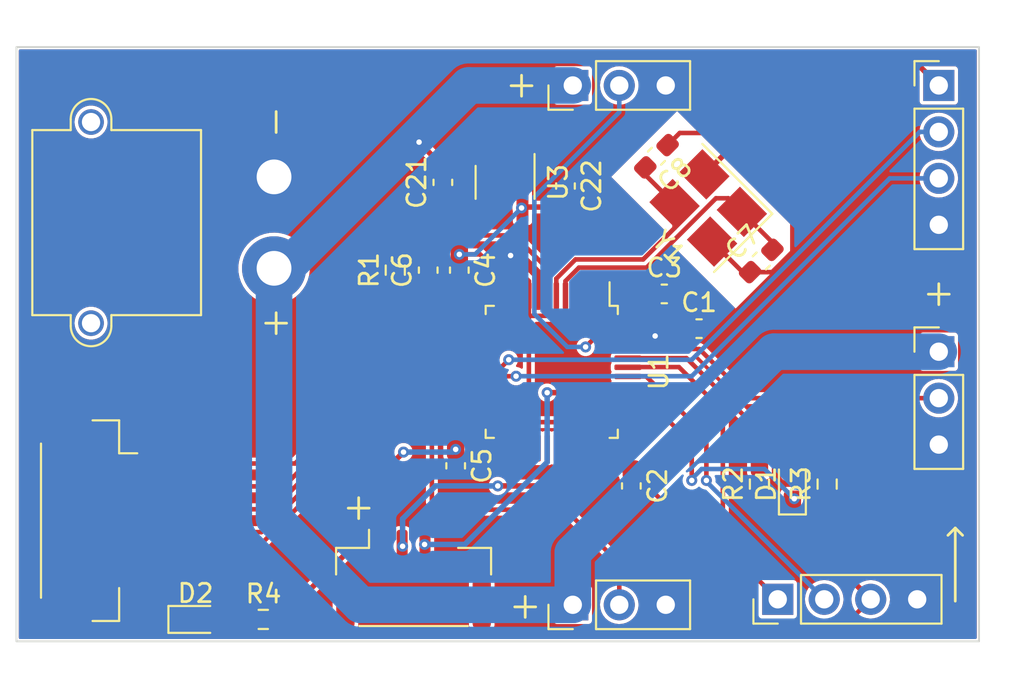
<source format=kicad_pcb>
(kicad_pcb (version 20211014) (generator pcbnew)
  (layers (0 "F.Cu" signal) (31 "B.Cu" signal) (34 "B.Paste" user) (35 "F.Paste" user) (36 "B.SilkS" user "B.Silkscreen") (37 "F.SilkS" user "F.Silkscreen") (38 "B.Mask" user) (39 "F.Mask" user) (44 "Edge.Cuts" user))
  (net 0 "")
  (net 1 "GND")
  (net 2 "Net-(C6-Pad2)")
  (net 3 "/MCU/XTAL_I")
  (net 4 "/MCU/XTAL_O")
  (net 5 "/MCU/LED1")
  (net 6 "Net-(D1-Pad2)")
  (net 7 "Net-(D2-Pad2)")
  (net 8 "/MCU/OLED_SDA")
  (net 9 "/PWR/5V")
  (net 10 "/MCU/OLED_SCL")
  (net 11 "/MCU/HX711_SCK")
  (net 12 "/MCU/3v3")
  (net 13 "/MCU/SPI_CS")
  (net 14 "/MCU/SPI_SCK")
  (net 15 "/MCU/SPI_MISO")
  (net 16 "/MCU/TIM1_CH1")
  (net 17 "/MCU/TIM1_CH2")
  (net 18 "/MCU/TIM1_CH3")
  (net 19 "/MCU/HX711_DOUT")
  (net 20 "/MCU/SWDIO")
  (net 21 "Net-(R2-Pad2)")
  (net 22 "/MCU/SWCLK")
  (net 32 "/MCU/SPI_MOSI")
  (net 34 "/MCU/SLAVE_IO")
  (footprint "Resistor_SMD:R_0603_1608Metric_Pad0.98x0.95mm_HandSolder" (layer "F.Cu") (at 197.6 114.4 90)
    (fp_text reference "R2" (at 0 -1.43 90) (layer "F.SilkS"))
    (fp_text value "10k")
    (fp_line (start -0.254724 0.5225) (end 0.254724 0.5225) (layer "F.SilkS") (width 0.12))
    (fp_line (start -0.254724 -0.5225) (end 0.254724 -0.5225) (layer "F.SilkS") (width 0.12))
    (pad "1" smd roundrect (at -0.9125 0 90) (size 0.975 0.95) (layers "F.Cu" "F.Paste" "F.Mask") (net 1 "GND"))
    (pad "2" smd roundrect (at 0.9125 0 90) (size 0.975 0.95) (layers "F.Cu" "F.Paste" "F.Mask") (net 21 "Net-(R2-Pad2)"))
  )
  (footprint "Capacitor_SMD:C_0603_1608Metric_Pad1.08x0.95mm_HandSolder" (layer "F.Cu") (at 187 98.1 -90)
    (fp_text reference "C22" (at 0 -1.43 90) (layer "F.SilkS"))
    (fp_text value "100n")
    (fp_line (start -0.146267 0.51) (end 0.146267 0.51) (layer "F.SilkS") (width 0.12))
    (fp_line (start -0.146267 -0.51) (end 0.146267 -0.51) (layer "F.SilkS") (width 0.12))
    (pad "1" smd roundrect (at -0.8625 0 270) (size 1.075 0.95) (layers "F.Cu" "F.Paste" "F.Mask") (net 1 "GND"))
    (pad "2" smd roundrect (at 0.8625 0 270) (size 1.075 0.95) (layers "F.Cu" "F.Paste" "F.Mask") (net 12 "/MCU/3v3"))
  )
  (footprint "Connector_JST:JST_GH_SM06B-GHS-TB_1x06-1MP_P1.25mm_Horizontal" (layer "F.Cu") (at 160.9 116.4 -90)
    (fp_text reference "J1" hide)
    (fp_text value "Conn_01x06")
    (fp_line (start -5.485 -0.26) (end -5.485 -1.71) (layer "F.SilkS") (width 0.12))
    (fp_line (start 5.485 -1.71) (end 3.685 -1.71) (layer "F.SilkS") (width 0.12))
    (fp_line (start 5.485 -0.26) (end 5.485 -1.71) (layer "F.SilkS") (width 0.12))
    (fp_line (start -4.215 2.56) (end 4.215 2.56) (layer "F.SilkS") (width 0.12))
    (fp_line (start -3.685 -1.71) (end -3.685 -2.7) (layer "F.SilkS") (width 0.12))
    (fp_line (start -5.485 -1.71) (end -3.685 -1.71) (layer "F.SilkS") (width 0.12))
    (pad "1" smd roundrect (at -3.125 -1.85 270) (size 0.6 1.7) (layers "F.Cu" "F.Paste" "F.Mask") (net 13 "/MCU/SPI_CS"))
    (pad "2" smd roundrect (at -1.875 -1.85 270) (size 0.6 1.7) (layers "F.Cu" "F.Paste" "F.Mask") (net 14 "/MCU/SPI_SCK"))
    (pad "3" smd roundrect (at -0.625 -1.85 270) (size 0.6 1.7) (layers "F.Cu" "F.Paste" "F.Mask") (net 15 "/MCU/SPI_MISO"))
    (pad "4" smd roundrect (at 0.625 -1.85 270) (size 0.6 1.7) (layers "F.Cu" "F.Paste" "F.Mask") (net 32 "/MCU/SPI_MOSI"))
    (pad "5" smd roundrect (at 1.875 -1.85 270) (size 0.6 1.7) (layers "F.Cu" "F.Paste" "F.Mask") (net 34 "/MCU/SLAVE_IO"))
    (pad "6" smd roundrect (at 3.125 -1.85 270) (size 0.6 1.7) (layers "F.Cu" "F.Paste" "F.Mask") (net 1 "GND"))
    (pad "MP" smd roundrect (at -4.975 1.35 270) (size 1 2.7) (layers "F.Cu" "F.Paste" "F.Mask"))
    (pad "MP" smd roundrect (at 4.975 1.35 270) (size 1 2.7) (layers "F.Cu" "F.Paste" "F.Mask"))
  )
  (footprint "Connector_PinHeader_2.54mm:PinHeader_1x03_P2.54mm_Vertical" (layer "F.Cu") (at 207.4 107.16)
    (fp_text reference "J3" hide)
    (fp_text value "Conn_01x03")
    (fp_line (start 1.33 1.27) (end 1.33 6.41) (layer "F.SilkS") (width 0.12))
    (fp_line (start -1.33 0) (end -1.33 -1.33) (layer "F.SilkS") (width 0.12))
    (fp_line (start -1.33 6.41) (end 1.33 6.41) (layer "F.SilkS") (width 0.12))
    (fp_line (start -1.33 1.27) (end 1.33 1.27) (layer "F.SilkS") (width 0.12))
    (fp_line (start -1.33 -1.33) (end 0 -1.33) (layer "F.SilkS") (width 0.12))
    (fp_line (start -1.33 1.27) (end -1.33 6.41) (layer "F.SilkS") (width 0.12))
    (pad "1" thru_hole rect (at 0 0) (size 1.7 1.7) (drill 1) (layers *.Cu *.Mask) (net 9 "/PWR/5V"))
    (pad "2" thru_hole oval (at 0 2.54) (size 1.7 1.7) (drill 1) (layers *.Cu *.Mask) (net 16 "/MCU/TIM1_CH1"))
    (pad "3" thru_hole oval (at 0 5.08) (size 1.7 1.7) (drill 1) (layers *.Cu *.Mask) (net 1 "GND"))
  )
  (footprint "Capacitor_SMD:C_0603_1608Metric_Pad1.08x0.95mm_HandSolder" (layer "F.Cu") (at 180.3 97.9 90)
    (fp_text reference "C21" (at 0 -1.43 90) (layer "F.SilkS"))
    (fp_text value "100n")
    (fp_line (start -0.146267 -0.51) (end 0.146267 -0.51) (layer "F.SilkS") (width 0.12))
    (fp_line (start -0.146267 0.51) (end 0.146267 0.51) (layer "F.SilkS") (width 0.12))
    (pad "1" smd roundrect (at -0.8625 0 90) (size 1.075 0.95) (layers "F.Cu" "F.Paste" "F.Mask") (net 1 "GND"))
    (pad "2" smd roundrect (at 0.8625 0 90) (size 1.075 0.95) (layers "F.Cu" "F.Paste" "F.Mask") (net 9 "/PWR/5V"))
  )
  (footprint "Crystal:Crystal_SMD_3225-4Pin_3.2x2.5mm_HandSoldering" (layer "F.Cu") (at 194.8 99.3 135)
    (fp_text reference "Y1" (at 0 -3.05 135) (layer "F.SilkS"))
    (fp_text value "12M")
    (fp_line (start -2.7 -2.25) (end -2.7 2.25) (layer "F.SilkS") (width 0.12))
    (fp_line (start -2.7 2.25) (end 2.7 2.25) (layer "F.SilkS") (width 0.12))
    (pad "1" smd rect (at -1.45 1.15 135) (size 2.1 1.8) (layers "F.Cu" "F.Paste" "F.Mask") (net 3 "/MCU/XTAL_I"))
    (pad "2" smd rect (at 1.45 1.15 135) (size 2.1 1.8) (layers "F.Cu" "F.Paste" "F.Mask") (net 1 "GND"))
    (pad "3" smd rect (at 1.45 -1.15 135) (size 2.1 1.8) (layers "F.Cu" "F.Paste" "F.Mask") (net 4 "/MCU/XTAL_O"))
    (pad "4" smd rect (at -1.45 -1.15 135) (size 2.1 1.8) (layers "F.Cu" "F.Paste" "F.Mask") (net 1 "GND"))
  )
  (footprint "Connector_PinHeader_2.54mm:PinHeader_1x03_P2.54mm_Vertical" (layer "F.Cu") (at 187.4 121 90)
    (fp_text reference "J5" hide)
    (fp_text value "Conn_01x03")
    (fp_line (start -1.33 6.41) (end 1.33 6.41) (layer "F.SilkS") (width 0.12))
    (fp_line (start -1.33 0) (end -1.33 -1.33) (layer "F.SilkS") (width 0.12))
    (fp_line (start 1.33 1.27) (end 1.33 6.41) (layer "F.SilkS") (width 0.12))
    (fp_line (start -1.33 1.27) (end -1.33 6.41) (layer "F.SilkS") (width 0.12))
    (fp_line (start -1.33 1.27) (end 1.33 1.27) (layer "F.SilkS") (width 0.12))
    (fp_line (start -1.33 -1.33) (end 0 -1.33) (layer "F.SilkS") (width 0.12))
    (pad "1" thru_hole rect (at 0 0 90) (size 1.7 1.7) (drill 1) (layers *.Cu *.Mask) (net 9 "/PWR/5V"))
    (pad "2" thru_hole oval (at 0 2.54 90) (size 1.7 1.7) (drill 1) (layers *.Cu *.Mask) (net 18 "/MCU/TIM1_CH3"))
    (pad "3" thru_hole oval (at 0 5.08 90) (size 1.7 1.7) (drill 1) (layers *.Cu *.Mask) (net 1 "GND"))
  )
  (footprint "Capacitor_SMD:C_0603_1608Metric_Pad1.08x0.95mm_HandSolder" (layer "F.Cu") (at 194.3 105.9)
    (fp_text reference "C1" (at 0 -1.43) (layer "F.SilkS"))
    (fp_text value "100n")
    (fp_line (start -0.146267 -0.51) (end 0.146267 -0.51) (layer "F.SilkS") (width 0.12))
    (fp_line (start -0.146267 0.51) (end 0.146267 0.51) (layer "F.SilkS") (width 0.12))
    (pad "1" smd roundrect (at -0.8625 0) (size 1.075 0.95) (layers "F.Cu" "F.Paste" "F.Mask") (net 12 "/MCU/3v3"))
    (pad "2" smd roundrect (at 0.8625 0) (size 1.075 0.95) (layers "F.Cu" "F.Paste" "F.Mask") (net 1 "GND"))
  )
  (footprint "LED_SMD:LED_0603_1608Metric" (layer "F.Cu") (at 166.7875 121.8)
    (fp_text reference "D2" (at 0 -1.43) (layer "F.SilkS"))
    (fp_text value "LED")
    (fp_line (start -1.485 -0.735) (end -1.485 0.735) (layer "F.SilkS") (width 0.12))
    (fp_line (start 0.8 -0.735) (end -1.485 -0.735) (layer "F.SilkS") (width 0.12))
    (fp_line (start -1.485 0.735) (end 0.8 0.735) (layer "F.SilkS") (width 0.12))
    (pad "1" smd roundrect (at -0.7875 0) (size 0.875 0.95) (layers "F.Cu" "F.Paste" "F.Mask") (net 1 "GND"))
    (pad "2" smd roundrect (at 0.7875 0) (size 0.875 0.95) (layers "F.Cu" "F.Paste" "F.Mask") (net 7 "Net-(D2-Pad2)"))
  )
  (footprint "Package_QFP:LQFP-48_7x7mm_P0.5mm" (layer "F.Cu") (at 186.25 108.2625 -90)
    (fp_text reference "U1" (at 0 -5.85 90) (layer "F.SilkS"))
    (fp_text value "STM32F103C8Tx")
    (fp_line (start -3.16 3.61) (end -3.61 3.61) (layer "F.SilkS") (width 0.12))
    (fp_line (start -3.61 3.61) (end -3.61 3.16) (layer "F.SilkS") (width 0.12))
    (fp_line (start -3.61 -3.61) (end -3.61 -3.16) (layer "F.SilkS") (width 0.12))
    (fp_line (start 3.61 3.61) (end 3.61 3.16) (layer "F.SilkS") (width 0.12))
    (fp_line (start 3.16 3.61) (end 3.61 3.61) (layer "F.SilkS") (width 0.12))
    (fp_line (start 3.16 -3.61) (end 3.61 -3.61) (layer "F.SilkS") (width 0.12))
    (fp_line (start 3.61 -3.61) (end 3.61 -3.16) (layer "F.SilkS") (width 0.12))
    (fp_line (start -3.61 -3.16) (end -4.9 -3.16) (layer "F.SilkS") (width 0.12))
    (fp_line (start -3.16 -3.61) (end -3.61 -3.61) (layer "F.SilkS") (width 0.12))
    (pad "1" smd roundrect (at -4.1625 -2.75 270) (size 1.475 0.3) (layers "F.Cu" "F.Paste" "F.Mask") (net 12 "/MCU/3v3"))
    (pad "2" smd roundrect (at -4.1625 -2.25 270) (size 1.475 0.3) (layers "F.Cu" "F.Paste" "F.Mask"))
    (pad "3" smd roundrect (at -4.1625 -1.75 270) (size 1.475 0.3) (layers "F.Cu" "F.Paste" "F.Mask"))
    (pad "4" smd roundrect (at -4.1625 -1.25 270) (size 1.475 0.3) (layers "F.Cu" "F.Paste" "F.Mask"))
    (pad "5" smd roundrect (at -4.1625 -0.75 270) (size 1.475 0.3) (layers "F.Cu" "F.Paste" "F.Mask") (net 3 "/MCU/XTAL_I"))
    (pad "6" smd roundrect (at -4.1625 -0.25 270) (size 1.475 0.3) (layers "F.Cu" "F.Paste" "F.Mask") (net 4 "/MCU/XTAL_O"))
    (pad "7" smd roundrect (at -4.1625 0.25 270) (size 1.475 0.3) (layers "F.Cu" "F.Paste" "F.Mask") (net 2 "Net-(C6-Pad2)"))
    (pad "8" smd roundrect (at -4.1625 0.75 270) (size 1.475 0.3) (layers "F.Cu" "F.Paste" "F.Mask") (net 1 "GND"))
    (pad "9" smd roundrect (at -4.1625 1.25 270) (size 1.475 0.3) (layers "F.Cu" "F.Paste" "F.Mask") (net 12 "/MCU/3v3"))
    (pad "10" smd roundrect (at -4.1625 1.75 270) (size 1.475 0.3) (layers "F.Cu" "F.Paste" "F.Mask"))
    (pad "11" smd roundrect (at -4.1625 2.25 270) (size 1.475 0.3) (layers "F.Cu" "F.Paste" "F.Mask"))
    (pad "12" smd roundrect (at -4.1625 2.75 270) (size 1.475 0.3) (layers "F.Cu" "F.Paste" "F.Mask"))
    (pad "13" smd roundrect (at -2.75 4.1625 270) (size 0.3 1.475) (layers "F.Cu" "F.Paste" "F.Mask"))
    (pad "14" smd roundrect (at -2.25 4.1625 270) (size 0.3 1.475) (layers "F.Cu" "F.Paste" "F.Mask") (net 13 "/MCU/SPI_CS"))
    (pad "15" smd roundrect (at -1.75 4.1625 270) (size 0.3 1.475) (layers "F.Cu" "F.Paste" "F.Mask") (net 14 "/MCU/SPI_SCK"))
    (pad "16" smd roundrect (at -1.25 4.1625 270) (size 0.3 1.475) (layers "F.Cu" "F.Paste" "F.Mask") (net 15 "/MCU/SPI_MISO"))
    (pad "17" smd roundrect (at -0.75 4.1625 270) (size 0.3 1.475) (layers "F.Cu" "F.Paste" "F.Mask") (net 32 "/MCU/SPI_MOSI"))
    (pad "18" smd roundrect (at -0.25 4.1625 270) (size 0.3 1.475) (layers "F.Cu" "F.Paste" "F.Mask") (net 11 "/MCU/HX711_SCK"))
    (pad "19" smd roundrect (at 0.25 4.1625 270) (size 0.3 1.475) (layers "F.Cu" "F.Paste" "F.Mask") (net 19 "/MCU/HX711_DOUT"))
    (pad "20" smd roundrect (at 0.75 4.1625 270) (size 0.3 1.475) (layers "F.Cu" "F.Paste" "F.Mask") (net 34 "/MCU/SLAVE_IO"))
    (pad "21" smd roundrect (at 1.25 4.1625 270) (size 0.3 1.475) (layers "F.Cu" "F.Paste" "F.Mask") (net 18 "/MCU/TIM1_CH3"))
    (pad "22" smd roundrect (at 1.75 4.1625 270) (size 0.3 1.475) (layers "F.Cu" "F.Paste" "F.Mask"))
    (pad "23" smd roundrect (at 2.25 4.1625 270) (size 0.3 1.475) (layers "F.Cu" "F.Paste" "F.Mask") (net 1 "GND"))
    (pad "24" smd roundrect (at 2.75 4.1625 270) (size 0.3 1.475) (layers "F.Cu" "F.Paste" "F.Mask") (net 12 "/MCU/3v3"))
    (pad "25" smd roundrect (at 4.1625 2.75 270) (size 1.475 0.3) (layers "F.Cu" "F.Paste" "F.Mask"))
    (pad "26" smd roundrect (at 4.1625 2.25 270) (size 1.475 0.3) (layers "F.Cu" "F.Paste" "F.Mask"))
    (pad "27" smd roundrect (at 4.1625 1.75 270) (size 1.475 0.3) (layers "F.Cu" "F.Paste" "F.Mask"))
    (pad "28" smd roundrect (at 4.1625 1.25 270) (size 1.475 0.3) (layers "F.Cu" "F.Paste" "F.Mask"))
    (pad "29" smd roundrect (at 4.1625 0.75 270) (size 1.475 0.3) (layers "F.Cu" "F.Paste" "F.Mask"))
    (pad "30" smd roundrect (at 4.1625 0.25 270) (size 1.475 0.3) (layers "F.Cu" "F.Paste" "F.Mask"))
    (pad "31" smd roundrect (at 4.1625 -0.25 270) (size 1.475 0.3) (layers "F.Cu" "F.Paste" "F.Mask"))
    (pad "32" smd roundrect (at 4.1625 -0.75 270) (size 1.475 0.3) (layers "F.Cu" "F.Paste" "F.Mask"))
    (pad "33" smd roundrect (at 4.1625 -1.25 270) (size 1.475 0.3) (layers "F.Cu" "F.Paste" "F.Mask"))
    (pad "34" smd roundrect (at 4.1625 -1.75 270) (size 1.475 0.3) (layers "F.Cu" "F.Paste" "F.Mask") (net 20 "/MCU/SWDIO"))
    (pad "35" smd roundrect (at 4.1625 -2.25 270) (size 1.475 0.3) (layers "F.Cu" "F.Paste" "F.Mask") (net 1 "GND"))
    (pad "36" smd roundrect (at 4.1625 -2.75 270) (size 1.475 0.3) (layers "F.Cu" "F.Paste" "F.Mask") (net 12 "/MCU/3v3"))
    (pad "37" smd roundrect (at 2.75 -4.1625 270) (size 0.3 1.475) (layers "F.Cu" "F.Paste" "F.Mask") (net 22 "/MCU/SWCLK"))
    (pad "38" smd roundrect (at 2.25 -4.1625 270) (size 0.3 1.475) (layers "F.Cu" "F.Paste" "F.Mask") (net 5 "/MCU/LED1"))
    (pad "39" smd roundrect (at 1.75 -4.1625 270) (size 0.3 1.475) (layers "F.Cu" "F.Paste" "F.Mask"))
    (pad "40" smd roundrect (at 1.25 -4.1625 270) (size 0.3 1.475) (layers "F.Cu" "F.Paste" "F.Mask"))
    (pad "41" smd roundrect (at 0.75 -4.1625 270) (size 0.3 1.475) (layers "F.Cu" "F.Paste" "F.Mask"))
    (pad "42" smd roundrect (at 0.25 -4.1625 270) (size 0.3 1.475) (layers "F.Cu" "F.Paste" "F.Mask") (net 10 "/MCU/OLED_SCL"))
    (pad "43" smd roundrect (at -0.25 -4.1625 270) (size 0.3 1.475) (layers "F.Cu" "F.Paste" "F.Mask") (net 8 "/MCU/OLED_SDA"))
    (pad "44" smd roundrect (at -0.75 -4.1625 270) (size 0.3 1.475) (layers "F.Cu" "F.Paste" "F.Mask") (net 21 "Net-(R2-Pad2)"))
    (pad "45" smd roundrect (at -1.25 -4.1625 270) (size 0.3 1.475) (layers "F.Cu" "F.Paste" "F.Mask") (net 16 "/MCU/TIM1_CH1"))
    (pad "46" smd roundrect (at -1.75 -4.1625 270) (size 0.3 1.475) (layers "F.Cu" "F.Paste" "F.Mask") (net 17 "/MCU/TIM1_CH2"))
    (pad "47" smd roundrect (at -2.25 -4.1625 270) (size 0.3 1.475) (layers "F.Cu" "F.Paste" "F.Mask") (net 1 "GND"))
    (pad "48" smd roundrect (at -2.75 -4.1625 270) (size 0.3 1.475) (layers "F.Cu" "F.Paste" "F.Mask") (net 12 "/MCU/3v3"))
  )
  (footprint "Resistor_SMD:R_0603_1608Metric_Pad0.98x0.95mm_HandSolder" (layer "F.Cu") (at 170.4875 121.8 180)
    (fp_text reference "R4" (at -0.0125 1.4) (layer "F.SilkS"))
    (fp_text value "1k")
    (fp_line (start -0.254724 -0.5225) (end 0.254724 -0.5225) (layer "F.SilkS") (width 0.12))
    (fp_line (start -0.254724 0.5225) (end 0.254724 0.5225) (layer "F.SilkS") (width 0.12))
    (pad "1" smd roundrect (at -0.9125 0 180) (size 0.975 0.95) (layers "F.Cu" "F.Paste" "F.Mask") (net 12 "/MCU/3v3"))
    (pad "2" smd roundrect (at 0.9125 0 180) (size 0.975 0.95) (layers "F.Cu" "F.Paste" "F.Mask") (net 7 "Net-(D2-Pad2)"))
  )
  (footprint "Capacitor_SMD:C_0603_1608Metric_Pad1.08x0.95mm_HandSolder" (layer "F.Cu") (at 190.6 114.5 -90)
    (fp_text reference "C2" (at 0 -1.43 90) (layer "F.SilkS"))
    (fp_text value "100n")
    (fp_line (start -0.146267 -0.51) (end 0.146267 -0.51) (layer "F.SilkS") (width 0.12))
    (fp_line (start -0.146267 0.51) (end 0.146267 0.51) (layer "F.SilkS") (width 0.12))
    (pad "1" smd roundrect (at -0.8625 0 270) (size 1.075 0.95) (layers "F.Cu" "F.Paste" "F.Mask") (net 12 "/MCU/3v3"))
    (pad "2" smd roundrect (at 0.8625 0 270) (size 1.075 0.95) (layers "F.Cu" "F.Paste" "F.Mask") (net 1 "GND"))
  )
  (footprint "Connector_PinHeader_2.54mm:PinHeader_1x04_P2.54mm_Vertical" (layer "F.Cu") (at 198.6 120.7 90)
    (fp_text reference "J2" hide)
    (fp_text value "Conn_01x04")
    (fp_line (start 1.33 1.27) (end 1.33 8.95) (layer "F.SilkS") (width 0.12))
    (fp_line (start -1.33 -1.33) (end 0 -1.33) (layer "F.SilkS") (width 0.12))
    (fp_line (start -1.33 8.95) (end 1.33 8.95) (layer "F.SilkS") (width 0.12))
    (fp_line (start -1.33 1.27) (end -1.33 8.95) (layer "F.SilkS") (width 0.12))
    (fp_line (start -1.33 1.27) (end 1.33 1.27) (layer "F.SilkS") (width 0.12))
    (fp_line (start -1.33 0) (end -1.33 -1.33) (layer "F.SilkS") (width 0.12))
    (pad "1" thru_hole rect (at 0 0 90) (size 1.7 1.7) (drill 1) (layers *.Cu *.Mask) (net 8 "/MCU/OLED_SDA"))
    (pad "2" thru_hole oval (at 0 2.54 90) (size 1.7 1.7) (drill 1) (layers *.Cu *.Mask) (net 10 "/MCU/OLED_SCL"))
    (pad "3" thru_hole oval (at 0 5.08 90) (size 1.7 1.7) (drill 1) (layers *.Cu *.Mask) (net 12 "/MCU/3v3"))
    (pad "4" thru_hole oval (at 0 7.62 90) (size 1.7 1.7) (drill 1) (layers *.Cu *.Mask) (net 1 "GND"))
  )
  (footprint "Connector_JST:JST_GH_SM04B-GHS-TB_1x04-1MP_P1.25mm_Horizontal" (layer "F.Cu") (at 178.7 119.6)
    (fp_text reference "J7" hide)
    (fp_text value "Conn_01x04")
    (fp_line (start -2.965 2.56) (end 2.965 2.56) (layer "F.SilkS") (width 0.12))
    (fp_line (start 4.235 -0.26) (end 4.235 -1.71) (layer "F.SilkS") (width 0.12))
    (fp_line (start -2.435 -1.71) (end -2.435 -2.7) (layer "F.SilkS") (width 0.12))
    (fp_line (start 4.235 -1.71) (end 2.435 -1.71) (layer "F.SilkS") (width 0.12))
    (fp_line (start -4.235 -0.26) (end -4.235 -1.71) (layer "F.SilkS") (width 0.12))
    (fp_line (start -4.235 -1.71) (end -2.435 -1.71) (layer "F.SilkS") (width 0.12))
    (pad "1" smd roundrect (at -1.875 -1.85) (size 0.6 1.7) (layers "F.Cu" "F.Paste" "F.Mask") (net 12 "/MCU/3v3"))
    (pad "2" smd roundrect (at -0.625 -1.85) (size 0.6 1.7) (layers "F.Cu" "F.Paste" "F.Mask") (net 20 "/MCU/SWDIO"))
    (pad "3" smd roundrect (at 0.625 -1.85) (size 0.6 1.7) (layers "F.Cu" "F.Paste" "F.Mask") (net 22 "/MCU/SWCLK"))
    (pad "4" smd roundrect (at 1.875 -1.85) (size 0.6 1.7) (layers "F.Cu" "F.Paste" "F.Mask") (net 1 "GND"))
    (pad "MP" smd roundrect (at 3.725 1.35) (size 1 2.7) (layers "F.Cu" "F.Paste" "F.Mask"))
    (pad "MP" smd roundrect (at -3.725 1.35) (size 1 2.7) (layers "F.Cu" "F.Paste" "F.Mask"))
  )
  (footprint "Connector_PinHeader_2.54mm:PinHeader_1x03_P2.54mm_Vertical" (layer "F.Cu") (at 187.4 92.6 90)
    (fp_text reference "J4" hide)
    (fp_text value "Conn_01x03")
    (fp_line (start -1.33 6.41) (end 1.33 6.41) (layer "F.SilkS") (width 0.12))
    (fp_line (start -1.33 1.27) (end -1.33 6.41) (layer "F.SilkS") (width 0.12))
    (fp_line (start -1.33 -1.33) (end 0 -1.33) (layer "F.SilkS") (width 0.12))
    (fp_line (start 1.33 1.27) (end 1.33 6.41) (layer "F.SilkS") (width 0.12))
    (fp_line (start -1.33 1.27) (end 1.33 1.27) (layer "F.SilkS") (width 0.12))
    (fp_line (start -1.33 0) (end -1.33 -1.33) (layer "F.SilkS") (width 0.12))
    (pad "1" thru_hole rect (at 0 0 90) (size 1.7 1.7) (drill 1) (layers *.Cu *.Mask) (net 9 "/PWR/5V"))
    (pad "2" thru_hole oval (at 0 2.54 90) (size 1.7 1.7) (drill 1) (layers *.Cu *.Mask) (net 17 "/MCU/TIM1_CH2"))
    (pad "3" thru_hole oval (at 0 5.08 90) (size 1.7 1.7) (drill 1) (layers *.Cu *.Mask) (net 1 "GND"))
  )
  (footprint "Capacitor_SMD:C_0603_1608Metric_Pad1.08x0.95mm_HandSolder" (layer "F.Cu") (at 191.971573 96.471573 -135)
    (fp_text reference "C8" (at 0 -1.43 45) (layer "F.SilkS"))
    (fp_text value "12p")
    (fp_line (start -0.146267 0.51) (end 0.146267 0.51) (layer "F.SilkS") (width 0.12))
    (fp_line (start -0.146267 -0.51) (end 0.146267 -0.51) (layer "F.SilkS") (width 0.12))
    (pad "1" smd roundrect (at -0.8625 0 225) (size 1.075 0.95) (layers "F.Cu" "F.Paste" "F.Mask") (net 1 "GND"))
    (pad "2" smd roundrect (at 0.8625 0 225) (size 1.075 0.95) (layers "F.Cu" "F.Paste" "F.Mask") (net 4 "/MCU/XTAL_O"))
  )
  (footprint "Capacitor_SMD:C_0603_1608Metric_Pad1.08x0.95mm_HandSolder" (layer "F.Cu") (at 197.699137 102.199137 45)
    (fp_text reference "C7" (at 0 -1.43 45) (layer "F.SilkS"))
    (fp_text value "12p")
    (fp_line (start -0.146267 -0.51) (end 0.146267 -0.51) (layer "F.SilkS") (width 0.12))
    (fp_line (start -0.146267 0.51) (end 0.146267 0.51) (layer "F.SilkS") (width 0.12))
    (pad "1" smd roundrect (at -0.8625 0 45) (size 1.075 0.95) (layers "F.Cu" "F.Paste" "F.Mask") (net 1 "GND"))
    (pad "2" smd roundrect (at 0.8625 0 45) (size 1.075 0.95) (layers "F.Cu" "F.Paste" "F.Mask") (net 3 "/MCU/XTAL_I"))
  )
  (footprint "Capacitor_SMD:C_0603_1608Metric_Pad1.08x0.95mm_HandSolder" (layer "F.Cu") (at 181 113.4 -90)
    (fp_text reference "C5" (at 0 -1.43 90) (layer "F.SilkS"))
    (fp_text value "100n")
    (fp_line (start -0.146267 -0.51) (end 0.146267 -0.51) (layer "F.SilkS") (width 0.12))
    (fp_line (start -0.146267 0.51) (end 0.146267 0.51) (layer "F.SilkS") (width 0.12))
    (pad "1" smd roundrect (at -0.8625 0 270) (size 1.075 0.95) (layers "F.Cu" "F.Paste" "F.Mask") (net 12 "/MCU/3v3"))
    (pad "2" smd roundrect (at 0.8625 0 270) (size 1.075 0.95) (layers "F.Cu" "F.Paste" "F.Mask") (net 1 "GND"))
  )
  (footprint "Package_TO_SOT_SMD:SOT-23-5_HandSoldering" (layer "F.Cu") (at 183.7 97.9 -90)
    (fp_text reference "U3" (at 0 -2.9 90) (layer "F.SilkS"))
    (fp_text value "HX9193")
    (fp_line (start -0.9 1.61) (end 0.9 1.61) (layer "F.SilkS") (width 0.12))
    (fp_line (start 0.9 -1.61) (end -1.55 -1.61) (layer "F.SilkS") (width 0.12))
    (pad "1" smd rect (at -1.35 -0.95 270) (size 1.56 0.65) (layers "F.Cu" "F.Paste" "F.Mask") (net 9 "/PWR/5V"))
    (pad "2" smd rect (at -1.35 0 270) (size 1.56 0.65) (layers "F.Cu" "F.Paste" "F.Mask") (net 1 "GND"))
    (pad "3" smd rect (at -1.35 0.95 270) (size 1.56 0.65) (layers "F.Cu" "F.Paste" "F.Mask") (net 9 "/PWR/5V"))
    (pad "4" smd rect (at 1.35 0.95 270) (size 1.56 0.65) (layers "F.Cu" "F.Paste" "F.Mask"))
    (pad "5" smd rect (at 1.35 -0.95 270) (size 1.56 0.65) (layers "F.Cu" "F.Paste" "F.Mask") (net 12 "/MCU/3v3"))
  )
  (footprint "LED_SMD:LED_0603_1608Metric_Pad1.05x0.95mm_HandSolder" (layer "F.Cu") (at 199.4 114.4 90)
    (fp_text reference "D1" (at 0 -1.43 90) (layer "F.SilkS"))
    (fp_text value "LED")
    (fp_line (start -1.66 0.735) (end 0.8 0.735) (layer "F.SilkS") (width 0.12))
    (fp_line (start 0.8 -0.735) (end -1.66 -0.735) (layer "F.SilkS") (width 0.12))
    (fp_line (start -1.66 -0.735) (end -1.66 0.735) (layer "F.SilkS") (width 0.12))
    (pad "1" smd roundrect (at -0.875 0 90) (size 1.05 0.95) (layers "F.Cu" "F.Paste" "F.Mask") (net 5 "/MCU/LED1"))
    (pad "2" smd roundrect (at 0.875 0 90) (size 1.05 0.95) (layers "F.Cu" "F.Paste" "F.Mask") (net 6 "Net-(D1-Pad2)"))
  )
  (footprint "Connector_AMASS:AMASS_XT30PW-M_1x02_P2.50mm_Horizontal" (layer "F.Cu") (at 171.075 97.6 90)
    (fp_text reference "J8" hide)
    (fp_text value "Conn_01x02")
    (fp_text user "+" (at -8 0 90) (layer "F.SilkS") (effects (font (size 1.5 1.5))))
    (fp_text user "-" (at 3 0 90) (layer "F.SilkS") (effects (font (size 1.5 1.5))))
    (fp_line (start 2.56 -8.89) (end 2.56 -3.99) (layer "F.SilkS") (width 0.12))
    (fp_line (start -7.56 -8.89) (end -7.56 -3.99) (layer "F.SilkS") (width 0.12))
    (fp_line (start -7.56 -3.99) (end 2.56 -3.99) (layer "F.SilkS") (width 0.12))
    (fp_line (start 2.56 -11.11) (end 3.15 -11.11) (layer "F.SilkS") (width 0.12))
    (fp_line (start -7.56 -13.21) (end 2.56 -13.21) (layer "F.SilkS") (width 0.12))
    (fp_line (start -8.15 -11.11) (end -7.56 -11.11) (layer "F.SilkS") (width 0.12))
    (fp_line (start 2.56 -13.21) (end 2.56 -11.11) (layer "F.SilkS") (width 0.12))
    (fp_line (start 2.56 -8.89) (end 3.15 -8.89) (layer "F.SilkS") (width 0.12))
    (fp_line (start -7.56 -13.21) (end -7.56 -11.11) (layer "F.SilkS") (width 0.12))
    (fp_line (start -8.15 -8.89) (end -7.56 -8.89) (layer "F.SilkS") (width 0.12))
    (fp_arc (start 3.15 -11.11) (mid 4.26 -10) (end 3.15 -8.89) (layer "F.SilkS") (width 0.12))
    (fp_arc (start -8.15 -8.89) (mid -9.26 -10) (end -8.15 -11.11) (layer "F.SilkS") (width 0.12))
    (pad "" thru_hole circle (at 3 -10 90) (size 1.4 1.4) (drill 1) (layers *.Cu *.Mask))
    (pad "" thru_hole circle (at -8 -10 90) (size 1.4 1.4) (drill 1) (layers *.Cu *.Mask))
    (pad "1" thru_hole rect (at 0 0 90) (size 3.5 3.5) (drill 1.9) (layers *.Cu *.Mask) (net 1 "GND"))
    (pad "2" thru_hole circle (at -5 0 90) (size 3.5 3.5) (drill 1.9) (layers *.Cu *.Mask) (net 9 "/PWR/5V"))
  )
  (footprint "Capacitor_SMD:C_0603_1608Metric_Pad1.08x0.95mm_HandSolder" (layer "F.Cu") (at 181.2 102.7 -90)
    (fp_text reference "C4" (at 0 -1.43 90) (layer "F.SilkS"))
    (fp_text value "100n")
    (fp_line (start -0.146267 -0.51) (end 0.146267 -0.51) (layer "F.SilkS") (width 0.12))
    (fp_line (start -0.146267 0.51) (end 0.146267 0.51) (layer "F.SilkS") (width 0.12))
    (pad "1" smd roundrect (at -0.8625 0 270) (size 1.075 0.95) (layers "F.Cu" "F.Paste" "F.Mask") (net 12 "/MCU/3v3"))
    (pad "2" smd roundrect (at 0.8625 0 270) (size 1.075 0.95) (layers "F.Cu" "F.Paste" "F.Mask") (net 1 "GND"))
  )
  (footprint "Resistor_SMD:R_0603_1608Metric_Pad0.98x0.95mm_HandSolder" (layer "F.Cu") (at 177.7 102.7 90)
    (fp_text reference "R1" (at 0 -1.43 90) (layer "F.SilkS"))
    (fp_text value "10k")
    (fp_line (start -0.254724 0.5225) (end 0.254724 0.5225) (layer "F.SilkS") (width 0.12))
    (fp_line (start -0.254724 -0.5225) (end 0.254724 -0.5225) (layer "F.SilkS") (width 0.12))
    (pad "1" smd roundrect (at -0.9125 0 90) (size 0.975 0.95) (layers "F.Cu" "F.Paste" "F.Mask") (net 12 "/MCU/3v3"))
    (pad "2" smd roundrect (at 0.9125 0 90) (size 0.975 0.95) (layers "F.Cu" "F.Paste" "F.Mask") (net 2 "Net-(C6-Pad2)"))
  )
  (footprint "Resistor_SMD:R_0603_1608Metric_Pad0.98x0.95mm_HandSolder" (layer "F.Cu") (at 201.3 114.4 90)
    (fp_text reference "R3" (at 0 -1.43 90) (layer "F.SilkS"))
    (fp_text value "1k")
    (fp_line (start -0.254724 0.5225) (end 0.254724 0.5225) (layer "F.SilkS") (width 0.12))
    (fp_line (start -0.254724 -0.5225) (end 0.254724 -0.5225) (layer "F.SilkS") (width 0.12))
    (pad "1" smd roundrect (at -0.9125 0 90) (size 0.975 0.95) (layers "F.Cu" "F.Paste" "F.Mask") (net 12 "/MCU/3v3"))
    (pad "2" smd roundrect (at 0.9125 0 90) (size 0.975 0.95) (layers "F.Cu" "F.Paste" "F.Mask") (net 6 "Net-(D1-Pad2)"))
  )
  (footprint "Connector_PinHeader_2.54mm:PinHeader_1x04_P2.54mm_Vertical" (layer "F.Cu") (at 207.4 92.6)
    (fp_text reference "J6" hide)
    (fp_text value "Conn_01x04")
    (fp_line (start -1.33 1.27) (end -1.33 8.95) (layer "F.SilkS") (width 0.12))
    (fp_line (start -1.33 1.27) (end 1.33 1.27) (layer "F.SilkS") (width 0.12))
    (fp_line (start -1.33 8.95) (end 1.33 8.95) (layer "F.SilkS") (width 0.12))
    (fp_line (start 1.33 1.27) (end 1.33 8.95) (layer "F.SilkS") (width 0.12))
    (fp_line (start -1.33 0) (end -1.33 -1.33) (layer "F.SilkS") (width 0.12))
    (fp_line (start -1.33 -1.33) (end 0 -1.33) (layer "F.SilkS") (width 0.12))
    (pad "1" thru_hole rect (at 0 0) (size 1.7 1.7) (drill 1) (layers *.Cu *.Mask) (net 12 "/MCU/3v3"))
    (pad "2" thru_hole oval (at 0 2.54) (size 1.7 1.7) (drill 1) (layers *.Cu *.Mask) (net 11 "/MCU/HX711_SCK"))
    (pad "3" thru_hole oval (at 0 5.08) (size 1.7 1.7) (drill 1) (layers *.Cu *.Mask) (net 19 "/MCU/HX711_DOUT"))
    (pad "4" thru_hole oval (at 0 7.62) (size 1.7 1.7) (drill 1) (layers *.Cu *.Mask) (net 1 "GND"))
  )
  (footprint "Capacitor_SMD:C_0603_1608Metric_Pad1.08x0.95mm_HandSolder" (layer "F.Cu") (at 179.5 102.7 90)
    (fp_text reference "C6" (at 0 -1.43 90) (layer "F.SilkS"))
    (fp_text value "100n")
    (fp_line (start -0.146267 -0.51) (end 0.146267 -0.51) (layer "F.SilkS") (width 0.12))
    (fp_line (start -0.146267 0.51) (end 0.146267 0.51) (layer "F.SilkS") (width 0.12))
    (pad "1" smd roundrect (at -0.8625 0 90) (size 1.075 0.95) (layers "F.Cu" "F.Paste" "F.Mask") (net 1 "GND"))
    (pad "2" smd roundrect (at 0.8625 0 90) (size 1.075 0.95) (layers "F.Cu" "F.Paste" "F.Mask") (net 2 "Net-(C6-Pad2)"))
  )
  (footprint "Capacitor_SMD:C_0603_1608Metric_Pad1.08x0.95mm_HandSolder" (layer "F.Cu") (at 192.4 104)
    (fp_text reference "C3" (at 0 -1.43) (layer "F.SilkS"))
    (fp_text value "100n")
    (fp_line (start -0.146267 0.51) (end 0.146267 0.51) (layer "F.SilkS") (width 0.12))
    (fp_line (start -0.146267 -0.51) (end 0.146267 -0.51) (layer "F.SilkS") (width 0.12))
    (pad "1" smd roundrect (at -0.8625 0) (size 1.075 0.95) (layers "F.Cu" "F.Paste" "F.Mask") (net 12 "/MCU/3v3"))
    (pad "2" smd roundrect (at 0.8625 0) (size 1.075 0.95) (layers "F.Cu" "F.Paste" "F.Mask") (net 1 "GND"))
  )
  (gr_line (start 208.3 120.8) (end 208.3 116.8) (layer "F.SilkS") (width 0.15))
  (gr_line (start 208.3 116.8) (end 208.7 117.2) (layer "F.SilkS") (width 0.15))
  (gr_line (start 208.3 116.8) (end 207.9 117.2) (layer "F.SilkS") (width 0.15))
  (gr_rect (start 157 90.5) (end 209.6 123) (layer "Edge.Cuts") (width 0.1) (fill none))
  (gr_text "+" (at 184.8 121) (layer "F.SilkS") (effects (font (size 1.5 1.5))))
  (gr_text "+" (at 207.4 103.9) (layer "F.SilkS") (effects (font (size 1.5 1.5))))
  (gr_text "+" (at 184.6 92.5) (layer "F.SilkS") (effects (font (size 1.5 1.5))))
  (gr_text "+" (at 175.7 115.6) (layer "F.SilkS") (effects (font (size 1.5 1.5))))
  (segment (start 199.4 99.9) (end 195.7 96.2) (width 0.25) (layer "F.Cu") (net 1))
  (segment (start 195.012132 101.138478) (end 196.682671 102.809017) (width 0.25) (layer "F.Cu") (net 1))
  (segment (start 194.587868 97.461522) (end 195.7 96.34939) (width 0.3) (layer "F.Cu") (net 1))
  (segment (start 193.243146 95.2) (end 192.581453 95.861693) (width 0.25) (layer "F.Cu") (net 1))
  (segment (start 196.682671 102.809017) (end 197.089257 102.809017) (width 0.25) (layer "F.Cu") (net 1))
  (segment (start 199.4 101.7) (end 199.4 99.9) (width 0.25) (layer "F.Cu") (net 1))
  (segment (start 194.7 95.2) (end 193.243146 95.2) (width 0.25) (layer "F.Cu") (net 1))
  (segment (start 195.7 96.34939) (end 195.7 96.2) (width 0.3) (layer "F.Cu") (net 1))
  (segment (start 197.089257 102.809017) (end 198.290983 102.809017) (width 0.25) (layer "F.Cu") (net 1))
  (segment (start 195.7 96.2) (end 194.7 95.2) (width 0.25) (layer "F.Cu") (net 1))
  (segment (start 198.290983 102.809017) (end 199.4 101.7) (width 0.25) (layer "F.Cu") (net 1))
  (via (at 191.9 106.3) (size 0.6) (drill 0.3) (layers "F.Cu" "B.Cu") (net 1))
  (via (at 184 101.9) (size 0.6) (drill 0.3) (layers "F.Cu" "B.Cu") (net 1))
  (segment (start 177.7 101.7875) (end 179.45 101.7875) (width 0.25) (layer "F.Cu") (net 2))
  (segment (start 186 104.1) (end 186 102.6) (width 0.25) (layer "F.Cu") (net 2))
  (segment (start 180.5375 100.8) (end 179.5 101.8375) (width 0.25) (layer "F.Cu") (net 2))
  (segment (start 179.45 101.7875) (end 179.5 101.8375) (width 0.25) (layer "F.Cu") (net 2))
  (segment (start 186 102.6) (end 184.2 100.8) (width 0.25) (layer "F.Cu") (net 2))
  (segment (start 184.2 100.8) (end 180.5375 100.8) (width 0.25) (layer "F.Cu") (net 2))
  (segment (start 198.309017 101.182671) (end 196.638477 99.512132) (width 0.25) (layer "F.Cu") (net 3))
  (segment (start 191.430756 102.5625) (end 187.734994 102.5625) (width 0.25) (layer "F.Cu") (net 3))
  (segment (start 195.223586 98.76967) (end 191.430756 102.5625) (width 0.25) (layer "F.Cu") (net 3))
  (segment (start 187.734994 102.5625) (end 187 103.297494) (width 0.25) (layer "F.Cu") (net 3))
  (segment (start 195.896016 98.76967) (end 195.223586 98.76967) (width 0.25) (layer "F.Cu") (net 3))
  (segment (start 196.638478 99.512132) (end 195.896016 98.76967) (width 0.25) (layer "F.Cu") (net 3))
  (segment (start 187 103.297494) (end 187 104.1) (width 0.25) (layer "F.Cu") (net 3))
  (segment (start 198.309017 101.589258) (end 198.309017 101.182671) (width 0.25) (layer "F.Cu") (net 3))
  (segment (start 191.244558 102.11298) (end 187.548796 102.11298) (width 0.25) (layer "F.Cu") (net 4))
  (segment (start 191.361693 97.081452) (end 191.361693 97.488039) (width 0.25) (layer "F.Cu") (net 4))
  (segment (start 192.961522 99.087868) (end 192.961522 100.396016) (width 0.25) (layer "F.Cu") (net 4))
  (segment (start 187.548796 102.11298) (end 186.5 103.161776) (width 0.25) (layer "F.Cu") (net 4))
  (segment (start 186.5 103.161776) (end 186.5 104.1) (width 0.25) (layer "F.Cu") (net 4))
  (segment (start 191.361693 97.488039) (end 192.961522 99.087868) (width 0.25) (layer "F.Cu") (net 4))
  (segment (start 192.961522 100.396016) (end 191.244558 102.11298) (width 0.25) (layer "F.Cu") (net 4))
  (segment (start 192.2125 110.5125) (end 190.4125 110.5125) (width 0.25) (layer "F.Cu") (net 5))
  (segment (start 193.900497 112.200497) (end 192.2125 110.5125) (width 0.25) (layer "F.Cu") (net 5))
  (segment (start 193.900497 114.2) (end 193.900497 112.200497) (width 0.25) (layer "F.Cu") (net 5))
  (via (at 199.5 115.2) (size 0.6) (drill 0.3) (layers "F.Cu" "B.Cu") (net 5))
  (via (at 193.900497 114.2) (size 0.6) (drill 0.3) (layers "F.Cu" "B.Cu") (net 5))
  (segment (start 197.875489 113.575489) (end 199.5 115.2) (width 0.25) (layer "B.Cu") (net 5))
  (segment (start 193.900497 114.11631) (end 194.441318 113.575489) (width 0.25) (layer "B.Cu") (net 5))
  (segment (start 193.900497 114.2) (end 193.900497 114.11631) (width 0.25) (layer "B.Cu") (net 5))
  (segment (start 194.441318 113.575489) (end 197.875489 113.575489) (width 0.25) (layer "B.Cu") (net 5))
  (segment (start 199.4 113.525) (end 201.2625 113.525) (width 0.25) (layer "F.Cu") (net 6))
  (segment (start 201.2625 113.525) (end 201.3 113.4875) (width 0.25) (layer "F.Cu") (net 6))
  (segment (start 169.575 121.8) (end 167.575 121.8) (width 0.25) (layer "F.Cu") (net 7))
  (segment (start 193.2 108) (end 195.6 110.4) (width 0.25) (layer "F.Cu") (net 8))
  (segment (start 195.6 110.4) (end 195.6 117.7) (width 0.25) (layer "F.Cu") (net 8))
  (segment (start 190.425 108) (end 193.2 108) (width 0.25) (layer "F.Cu") (net 8))
  (segment (start 195.6 117.7) (end 198.6 120.7) (width 0.25) (layer "F.Cu") (net 8))
  (segment (start 190.4125 108.0125) (end 190.425 108) (width 0.25) (layer "F.Cu") (net 8))
  (segment (start 183.12 95.1) (end 184.28 95.1) (width 0.3) (layer "F.Cu") (net 9))
  (segment (start 180.3 97.0375) (end 182.2625 97.0375) (width 0.3) (layer "F.Cu") (net 9))
  (segment (start 180.3 97.0375) (end 179 95.7) (width 0.3) (layer "F.Cu") (net 9))
  (segment (start 182.2625 97.0375) (end 182.75 96.55) (width 0.3) (layer "F.Cu") (net 9))
  (segment (start 182.75 96.55) (end 182.75 95.47) (width 0.3) (layer "F.Cu") (net 9))
  (segment (start 182.75 95.47) (end 183.12 95.1) (width 0.3) (layer "F.Cu") (net 9))
  (segment (start 184.65 95.47) (end 184.65 96.55) (width 0.3) (layer "F.Cu") (net 9))
  (segment (start 184.28 95.1) (end 184.65 95.47) (width 0.3) (layer "F.Cu") (net 9))
  (via (at 179 95.7) (size 0.6) (drill 0.3) (layers "F.Cu" "B.Cu") (net 9))
  (segment (start 187.4 118.15) (end 198.39 107.16) (width 2) (layer "B.Cu") (net 9))
  (segment (start 175.8 121) (end 187.4 121) (width 2) (layer "B.Cu") (net 9))
  (segment (start 171.075 102.6) (end 171.7 102.6) (width 2) (layer "B.Cu") (net 9))
  (segment (start 181.7 92.6) (end 187.4 92.6) (width 2) (layer "B.Cu") (net 9))
  (segment (start 171.075 116.275) (end 175.8 121) (width 2) (layer "B.Cu") (net 9))
  (segment (start 171.7 102.6) (end 181.7 92.6) (width 2) (layer "B.Cu") (net 9))
  (segment (start 187.4 121) (end 187.4 118.15) (width 2) (layer "B.Cu") (net 9))
  (segment (start 198.39 107.16) (end 207.4 107.16) (width 2) (layer "B.Cu") (net 9))
  (segment (start 171.075 102.6) (end 171.075 116.275) (width 2) (layer "B.Cu") (net 9))
  (segment (start 190.4125 108.5125) (end 191.4125 108.5125) (width 0.25) (layer "F.Cu") (net 10))
  (segment (start 191.4125 108.5125) (end 194.7 111.8) (width 0.25) (layer "F.Cu") (net 10))
  (segment (start 194.7 111.8) (end 194.7 114.1) (width 0.25) (layer "F.Cu") (net 10))
  (via (at 194.7 114.2) (size 0.6) (drill 0.3) (layers "F.Cu" "B.Cu") (net 10))
  (segment (start 194.7 114.26) (end 201.14 120.7) (width 0.25) (layer "B.Cu") (net 10))
  (segment (start 194.7 114.1) (end 194.7 114.2) (width 0.25) (layer "B.Cu") (net 10))
  (segment (start 183.4875 108.0125) (end 183.9 107.6) (width 0.25) (layer "F.Cu") (net 11))
  (segment (start 182.0875 108.0125) (end 183.4875 108.0125) (width 0.25) (layer "F.Cu") (net 11))
  (via (at 183.9 107.6) (size 0.6) (drill 0.3) (layers "F.Cu" "B.Cu") (net 11))
  (segment (start 193.9 107.6) (end 206.36 95.14) (width 0.25) (layer "B.Cu") (net 11))
  (segment (start 206.36 95.14) (end 207.4 95.14) (width 0.25) (layer "B.Cu") (net 11))
  (segment (start 183.9 107.6) (end 193.9 107.6) (width 0.25) (layer "B.Cu") (net 11))
  (segment (start 191.5375 104) (end 193.4375 105.9) (width 0.25) (layer "F.Cu") (net 12))
  (segment (start 201.3 115.3125) (end 201.3 118.32) (width 0.3) (layer "F.Cu") (net 12))
  (segment (start 188.390006 111.0125) (end 189 111.622494) (width 0.25) (layer "F.Cu") (net 12))
  (segment (start 176.825 117.75) (end 176.825 113.975) (width 0.3) (layer "F.Cu") (net 12))
  (segment (start 190.4125 105.5125) (end 193.05 105.5125) (width 0.25) (layer "F.Cu") (net 12))
  (segment (start 201.3 118.32) (end 203.68 120.7) (width 0.3) (layer "F.Cu") (net 12))
  (segment (start 193.05 105.5125) (end 193.4375 105.9) (width 0.25) (layer "F.Cu") (net 12))
  (segment (start 177.7 103.6125) (end 178.61298 102.69952) (width 0.25) (layer "F.Cu") (net 12))
  (segment (start 181 111.5) (end 181 112.5375) (width 0.25) (layer "F.Cu") (net 12))
  (segment (start 184.65 99.25) (end 186.7125 99.25) (width 0.3) (layer "F.Cu") (net 12))
  (segment (start 191.139511 94.822989) (end 191.139511 92.244123) (width 0.3) (layer "F.Cu") (net 12))
  (segment (start 180.33798 102.69952) (end 181.2 101.8375) (width 0.25) (layer "F.Cu") (net 12))
  (segment (start 190.6 113.6375) (end 189.5375 113.6375) (width 0.25) (layer "F.Cu") (net 12))
  (segment (start 195.8 120.3) (end 197.5 122) (width 0.25) (layer "F.Cu") (net 12))
  (segment (start 182.0875 111.0125) (end 181.4875 111.0125) (width 0.25) (layer "F.Cu") (net 12))
  (segment (start 190.6 113.6375) (end 195.8 118.8375) (width 0.25) (layer "F.Cu") (net 12))
  (segment (start 188.702506 105.2) (end 185 105.2) (width 0.25) (layer "F.Cu") (net 12))
  (segment (start 189 104.1) (end 191.4375 104.1) (width 0.25) (layer "F.Cu") (net 12))
  (segment (start 181.4875 111.0125) (end 181 111.5) (width 0.25) (layer "F.Cu") (net 12))
  (segment (start 184.740486 103.03798) (end 185 103.297494) (width 0.25) (layer "F.Cu") (net 12))
  (segment (start 176.825 117.75) (end 175.45 117.75) (width 0.3) (layer "F.Cu") (net 12))
  (segment (start 202.38 122) (end 203.68 120.7) (width 0.25) (layer "F.Cu") (net 12))
  (segment (start 176.825 113.975) (end 178.15 112.65) (width 0.3) (layer "F.Cu") (net 12))
  (segment (start 182.0875 111.0125) (end 185.0125 111.0125) (width 0.25) (layer "F.Cu") (net 12))
  (segment (start 187 98.9625) (end 191.139511 94.822989) (width 0.3) (layer "F.Cu") (net 12))
  (segment (start 185 104.1) (end 185 105.2) (width 0.25) (layer "F.Cu") (net 12))
  (segment (start 181.2 101.8375) (end 182.3375 101.8375) (width 0.25) (layer "F.Cu") (net 12))
  (segment (start 185 105.2) (end 185 111) (width 0.25) (layer "F.Cu") (net 12))
  (segment (start 191.139511 92.244123) (end 192.083634 91.3) (width 0.3) (layer "F.Cu") (net 12))
  (segment (start 189 104.1) (end 189 104.902506) (width 0.25) (layer "F.Cu") (net 12))
  (segment (start 189 104.902506) (end 188.702506 105.2) (width 0.25) (layer "F.Cu") (net 12))
  (segment (start 197.5 122) (end 202.38 122) (width 0.25) (layer "F.Cu") (net 12))
  (segment (start 178.61298 102.69952) (end 180.33798 102.69952) (width 0.25) (layer "F.Cu") (net 12))
  (segment (start 182.3375 101.8375) (end 183.53798 103.03798) (width 0.25) (layer "F.Cu") (net 12))
  (segment (start 183.53798 103.03798) (end 184.740486 103.03798) (width 0.25) (layer "F.Cu") (net 12))
  (segment (start 189 113.1) (end 189 112.425) (width 0.25) (layer "F.Cu") (net 12))
  (segment (start 186.7125 99.25) (end 187 98.9625) (width 0.3) (layer "F.Cu") (net 12))
  (segment (start 189.5375 113.6375) (end 189 113.1) (width 0.25) (layer "F.Cu") (net 12))
  (segment (start 189 111.622494) (end 189 112.425) (width 0.25) (layer "F.Cu") (net 12))
  (segment (start 195.8 118.8375) (end 195.8 120.3) (width 0.25) (layer "F.Cu") (net 12))
  (segment (start 192.083634 91.3) (end 206.1 91.3) (width 0.3) (layer "F.Cu") (net 12))
  (segment (start 185 103.297494) (end 185 104.1) (width 0.25) (layer "F.Cu") (net 12))
  (segment (start 185 111) (end 185.0125 111.0125) (width 0.25) (layer "F.Cu") (net 12))
  (segment (start 175.45 117.75) (end 171.4 121.8) (width 0.3) (layer "F.Cu") (net 12))
  (segment (start 185.0125 111.0125) (end 188.390006 111.0125) (width 0.25) (layer "F.Cu") (net 12))
  (segment (start 191.4375 104.1) (end 191.5375 104) (width 0.25) (layer "F.Cu") (net 12))
  (segment (start 206.1 91.3) (end 207.4 92.6) (width 0.3) (layer "F.Cu") (net 12))
  (via (at 184.6 99.3) (size 0.6) (drill 0.3) (layers "F.Cu" "B.Cu") (net 12))
  (via (at 178.15 112.65) (size 0.6) (drill 0.3) (layers "F.Cu" "B.Cu") (net 12))
  (via (at 181.2 101.8375) (size 0.6) (drill 0.3) (layers "F.Cu" "B.Cu") (net 12))
  (via (at 181 112.5) (size 0.6) (drill 0.3) (layers "F.Cu" "B.Cu") (net 12))
  (segment (start 180.85 112.65) (end 181 112.5) (width 0.3) (layer "B.Cu") (net 12))
  (segment (start 182.0625 101.8375) (end 184.6 99.3) (width 0.25) (layer "B.Cu") (net 12))
  (segment (start 181.2 101.8375) (end 182.0625 101.8375) (width 0.25) (layer "B.Cu") (net 12))
  (segment (start 178.15 112.65) (end 180.85 112.65) (width 0.3) (layer "B.Cu") (net 12))
  (segment (start 182.0875 106.0125) (end 179.4875 106.0125) (width 0.25) (layer "F.Cu") (net 13))
  (segment (start 179.4875 106.0125) (end 172.225 113.275) (width 0.25) (layer "F.Cu") (net 13))
  (segment (start 172.225 113.275) (end 162.75 113.275) (width 0.25) (layer "F.Cu") (net 13))
  (segment (start 171.610718 114.525) (end 162.75 114.525) (width 0.25) (layer "F.Cu") (net 14))
  (segment (start 182.0875 106.5125) (end 179.623218 106.5125) (width 0.25) (layer "F.Cu") (net 14))
  (segment (start 179.623218 106.5125) (end 171.610718 114.525) (width 0.25) (layer "F.Cu") (net 14))
  (segment (start 170.996435 115.775) (end 162.75 115.775) (width 0.25) (layer "F.Cu") (net 15))
  (segment (start 179.758936 107.0125) (end 170.996435 115.775) (width 0.25) (layer "F.Cu") (net 15))
  (segment (start 182.0875 107.0125) (end 179.758936 107.0125) (width 0.25) (layer "F.Cu") (net 15))
  (segment (start 190.4125 107.0125) (end 194.3125 107.0125) (width 0.25) (layer "F.Cu") (net 16))
  (segment (start 194.3125 107.0125) (end 197 109.7) (width 0.25) (layer "F.Cu") (net 16))
  (segment (start 197 109.7) (end 207.4 109.7) (width 0.25) (layer "F.Cu") (net 16))
  (segment (start 188.1 106.9) (end 188.4875 106.5125) (width 0.25) (layer "F.Cu") (net 17))
  (segment (start 188.4875 106.5125) (end 190.4125 106.5125) (width 0.25) (layer "F.Cu") (net 17))
  (via (at 188.1 106.9) (size 0.6) (drill 0.3) (layers "F.Cu" "B.Cu") (net 17))
  (segment (start 189.94 94.06) (end 189.94 92.6) (width 0.25) (layer "B.Cu") (net 17))
  (segment (start 185.3 98.7) (end 189.94 94.06) (width 0.25) (layer "B.Cu") (net 17))
  (segment (start 185.3 105.1) (end 185.3 98.7) (width 0.25) (layer "B.Cu") (net 17))
  (segment (start 187.1 106.9) (end 185.3 105.1) (width 0.25) (layer "B.Cu") (net 17))
  (segment (start 188.1 106.9) (end 187.1 106.9) (width 0.25) (layer "B.Cu") (net 17))
  (segment (start 180.9875 109.5125) (end 179.7 110.8) (width 0.25) (layer "F.Cu") (net 18))
  (segment (start 180.146072 115.8) (end 187 115.8) (width 0.25) (layer "F.Cu") (net 18))
  (segment (start 189.94 118.74) (end 189.94 121) (width 0.25) (layer "F.Cu") (net 18))
  (segment (start 179.7 110.8) (end 179.7 115.353928) (width 0.25) (layer "F.Cu") (net 18))
  (segment (start 179.7 115.353928) (end 180.146072 115.8) (width 0.25) (layer "F.Cu") (net 18))
  (segment (start 187 115.8) (end 189.94 118.74) (width 0.25) (layer "F.Cu") (net 18))
  (segment (start 182.0875 109.5125) (end 180.9875 109.5125) (width 0.25) (layer "F.Cu") (net 18))
  (segment (start 182.0875 108.5125) (end 184.3 108.5) (width 0.25) (layer "F.Cu") (net 19))
  (via (at 184.3 108.5) (size 0.6) (drill 0.3) (layers "F.Cu" "B.Cu") (net 19))
  (segment (start 204.72 97.68) (end 207.4 97.68) (width 0.25) (layer "B.Cu") (net 19))
  (segment (start 184.3 108.5) (end 193.9 108.5) (width 0.25) (layer "B.Cu") (net 19))
  (segment (start 193.9 108.5) (end 204.72 97.68) (width 0.25) (layer "B.Cu") (net 19))
  (segment (start 187.1 114.5) (end 183.3 114.5) (width 0.3) (layer "F.Cu") (net 20))
  (segment (start 188 112.425) (end 188 113.6) (width 0.3) (layer "F.Cu") (net 20))
  (segment (start 188 113.6) (end 187.1 114.5) (width 0.3) (layer "F.Cu") (net 20))
  (via (at 178.1 117.8) (size 0.6) (drill 0.3) (layers "F.Cu" "B.Cu") (net 20))
  (via (at 183.3 114.5) (size 0.6) (drill 0.3) (layers "F.Cu" "B.Cu") (net 20))
  (segment (start 178.1 116.3) (end 178.1 117.8) (width 0.3) (layer "B.Cu") (net 20))
  (segment (start 183.3 114.5) (end 179.9 114.5) (width 0.3) (layer "B.Cu") (net 20))
  (segment (start 179.9 114.5) (end 178.1 116.3) (width 0.3) (layer "B.Cu") (net 20))
  (segment (start 197.6 113.4875) (end 197.6 111.5) (width 0.25) (layer "F.Cu") (net 21))
  (segment (start 197.6 111.5) (end 193.6125 107.5125) (width 0.25) (layer "F.Cu") (net 21))
  (segment (start 193.6125 107.5125) (end 190.4125 107.5125) (width 0.25) (layer "F.Cu") (net 21))
  (segment (start 187.7 109.4) (end 186 109.4) (width 0.3) (layer "F.Cu") (net 22))
  (segment (start 190.4125 111.0125) (end 189.3125 111.0125) (width 0.3) (layer "F.Cu") (net 22))
  (segment (start 189.3125 111.0125) (end 187.7 109.4) (width 0.3) (layer "F.Cu") (net 22))
  (via (at 186 109.4) (size 0.6) (drill 0.3) (layers "F.Cu" "B.Cu") (net 22))
  (via (at 179.3 117.7) (size 0.6) (drill 0.3) (layers "F.Cu" "B.Cu") (net 22))
  (segment (start 181.5 117.7) (end 179.3 117.7) (width 0.3) (layer "B.Cu") (net 22))
  (segment (start 186 109.4) (end 186 113.2) (width 0.3) (layer "B.Cu") (net 22))
  (segment (start 186 113.2) (end 181.5 117.7) (width 0.3) (layer "B.Cu") (net 22))
  (segment (start 170.382154 117.025) (end 162.75 117.025) (width 0.25) (layer "F.Cu") (net 32))
  (segment (start 179.894654 107.5125) (end 170.382154 117.025) (width 0.25) (layer "F.Cu") (net 32))
  (segment (start 182.0875 107.5125) (end 179.894654 107.5125) (width 0.25) (layer "F.Cu") (net 32))
  (segment (start 169.767872 118.275) (end 162.75 118.275) (width 0.25) (layer "F.Cu") (net 34))
  (segment (start 179.030372 109.0125) (end 169.767872 118.275) (width 0.25) (layer "F.Cu") (net 34))
  (segment (start 182.0875 109.0125) (end 179.030372 109.0125) (width 0.25) (layer "F.Cu") (net 34))
  (zone (net 0) (net_name "") (layers F&B.Cu) (connect_pads (clearance 0)) (min_thickness 0.254)
    (keepout (tracks allowed) (vias allowed) (pads allowed) (copperpour not_allowed) (footprints allowed))
    (fill (thermal_gap 0.508) (thermal_bridge_width 0.508))
    (polygon (pts (xy 199.5 100.4) (xy 199.5 101.6) (xy 196.3 104.8) (xy 192.8 101.3) (xy 191.4 102.7) (xy 187.8 102.7) (xy 187.2 103.3) (xy 187.2 104.8) (xy 186.3 104.8) (xy 186.3 103.1) (xy 187.5 101.9) (xy 191.2 101.9) (xy 192.5 100.6) (xy 189.5 97.6) (xy 193.1 94)))
  )
  (zone (net 1) (net_name "GND") (layers F&B.Cu) (connect_pads yes (clearance 0.127)) (min_thickness 0.127) (fill yes (thermal_gap 0.508) (thermal_bridge_width 0.508))
    (polygon (pts (xy 210.4 123.2) (xy 156.1 123.2) (xy 156.1 90.2) (xy 210.4 90.2)))
  )
)
</source>
